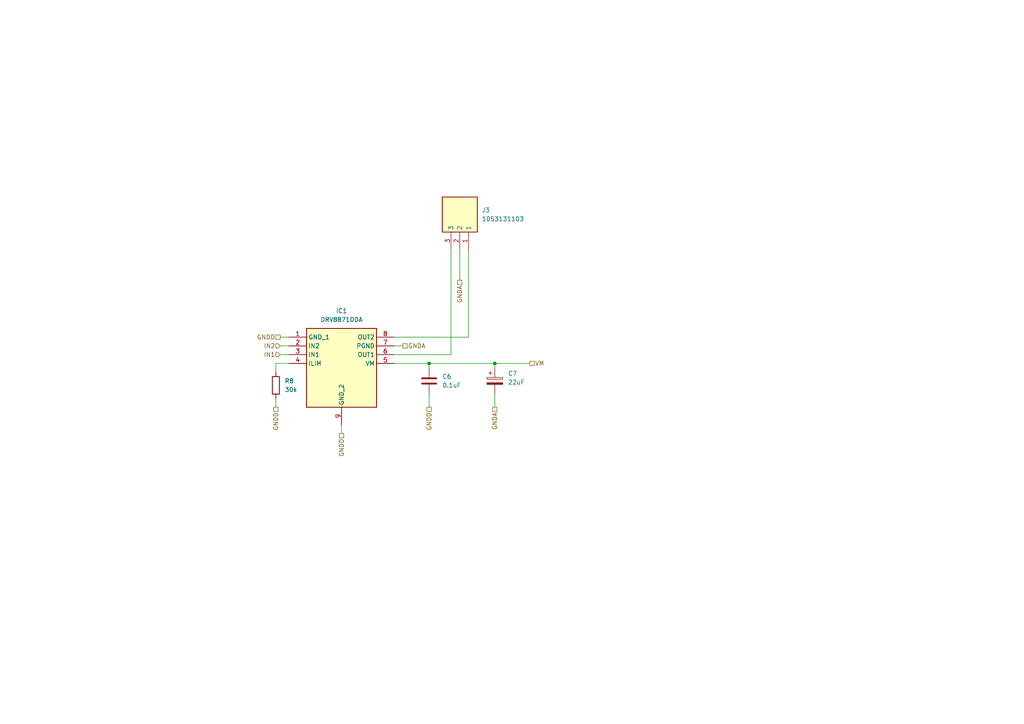
<source format=kicad_sch>
(kicad_sch (version 20231120) (generator "eeschema") (generator_version "8.0")
  (paper "A4")
  (title_block (title "Model Train Controller - OutputConnector") (date "2024-04-21") (rev "1"))
  (lib_symbols
    (symbol "1053131103:1053131103"
      (property "Reference" "J" (at 16.51 7.62 0))
      (property "Value" "1053131103" (at 16.51 5.08 0))
      (symbol "1053131103_1_1"
        (rectangle (start 5.08 2.54) (end 15.24 -7.62) (stroke (width 0.254)) (fill (type background)))
        (pin passive line (at 0 -5.08 0) (length 5.08) (name "1") (number "1"))
        (pin passive line (at 0 -2.54 0) (length 5.08) (name "2") (number "2"))
        (pin passive line (at 0 0 0) (length 5.08) (name "3") (number "3"))
      )
    )
    (symbol "DRV8871DDA:DRV8871DDA"
      (property "Reference" "IC" (at 26.67 7.62 0))
      (property "Value" "DRV8871DDA" (at 26.67 5.08 0))
      (symbol "DRV8871DDA_1_1"
        (rectangle (start 5.08 2.54) (end 25.4 -20.32) (stroke (width 0.254)) (fill (type background)))
        (pin passive line (at 0 0 0) (length 5.08) (name "GND_1") (number "1"))
        (pin passive line (at 0 -2.54 0) (length 5.08) (name "IN2") (number "2"))
        (pin passive line (at 0 -5.08 0) (length 5.08) (name "IN1") (number "3"))
        (pin passive line (at 0 -7.62 0) (length 5.08) (name "ILIM") (number "4"))
        (pin passive line (at 30.48 -7.62 180) (length 5.08) (name "VM") (number "5"))
        (pin passive line (at 30.48 -5.08 180) (length 5.08) (name "OUT1") (number "6"))
        (pin passive line (at 30.48 -2.54 180) (length 5.08) (name "PGND") (number "7"))
        (pin passive line (at 30.48 0 180) (length 5.08) (name "OUT2") (number "8"))
        (pin passive line (at 15.24 -25.4 90) (length 5.08) (name "GND_2") (number "9"))
      )
    )
    (symbol "Device:C" (pin_numbers hide) (pin_names (offset 0.254))
      (property "Reference" "C" (at 0.635 2.54 0))
      (property "Value" "C" (at 0.635 -2.54 0))
      (symbol "C_0_1"
        (polyline (pts (xy -2.032 -0.762) (xy 2.032 -0.762)) (stroke (width 0.508)))
        (polyline (pts (xy -2.032 0.762) (xy 2.032 0.762)) (stroke (width 0.508)))
      )
      (symbol "C_1_1"
        (pin passive line (at 0 3.81 270) (length 2.794) (name "~") (number "1"))
        (pin passive line (at 0 -3.81 90) (length 2.794) (name "~") (number "2"))
      )
    )
    (symbol "Device:C_Polarized" (pin_numbers hide) (pin_names (offset 0.254))
      (property "Reference" "C" (at 0.635 2.54 0))
      (property "Value" "C_Polarized" (at 0.635 -2.54 0))
      (symbol "C_Polarized_0_1"
        (rectangle (start -2.286 0.508) (end 2.286 1.016))
        (polyline (pts (xy -1.778 2.286) (xy -0.762 2.286)))
        (polyline (pts (xy -1.27 2.794) (xy -1.27 1.778)))
        (rectangle (start 2.286 -0.508) (end -2.286 -1.016) (fill (type outline)))
      )
      (symbol "C_Polarized_1_1"
        (pin passive line (at 0 3.81 270) (length 2.794) (name "~") (number "1"))
        (pin passive line (at 0 -3.81 90) (length 2.794) (name "~") (number "2"))
      )
    )
    (symbol "Device:R" (pin_numbers hide) (pin_names (offset 0))
      (property "Reference" "R" (at 2.032 0 90))
      (property "Value" "R" (at 0 0 90))
      (symbol "R_0_1"
        (rectangle (start -1.016 -2.54) (end 1.016 2.54) (stroke (width 0.254)))
      )
      (symbol "R_1_1"
        (pin passive line (at 0 3.81 270) (length 1.27) (name "~") (number "1"))
        (pin passive line (at 0 -3.81 90) (length 1.27) (name "~") (number "2"))
      )
    )
  )
  (junction (at 124.46 105.41))
  (junction (at 143.51 105.41))
  (wire (pts (xy 81.28 100.33) (xy 83.82 100.33)))
  (wire (pts (xy 124.46 114.3) (xy 124.46 118.11)))
  (wire (pts (xy 81.28 102.87) (xy 83.82 102.87)))
  (wire (pts (xy 133.35 72.39) (xy 133.35 81.28)))
  (wire (pts (xy 114.3 100.33) (xy 116.84 100.33)))
  (wire (pts (xy 124.46 105.41) (xy 143.51 105.41)))
  (wire (pts (xy 130.81 72.39) (xy 130.81 102.87)))
  (wire (pts (xy 114.3 105.41) (xy 124.46 105.41)))
  (wire (pts (xy 80.01 105.41) (xy 80.01 107.95)))
  (wire (pts (xy 99.06 123.19) (xy 99.06 125.73)))
  (wire (pts (xy 81.28 97.79) (xy 83.82 97.79)))
  (wire (pts (xy 114.3 97.79) (xy 135.89 97.79)))
  (wire (pts (xy 143.51 105.41) (xy 153.67 105.41)))
  (wire (pts (xy 143.51 114.3) (xy 143.51 118.11)))
  (wire (pts (xy 114.3 102.87) (xy 130.81 102.87)))
  (wire (pts (xy 83.82 105.41) (xy 80.01 105.41)))
  (wire (pts (xy 124.46 105.41) (xy 124.46 106.68)))
  (wire (pts (xy 143.51 105.41) (xy 143.51 106.68)))
  (wire (pts (xy 135.89 72.39) (xy 135.89 97.79)))
  (wire (pts (xy 80.01 115.57) (xy 80.01 118.11)))
  (hierarchical_label "GNDA" (shape passive) (at 143.51 118.11 270))
  (hierarchical_label "GNDD" (shape passive) (at 124.46 118.11 270))
  (hierarchical_label "GNDD" (shape passive) (at 81.28 97.79 180))
  (hierarchical_label "IN2" (shape input) (at 81.28 100.33 180))
  (hierarchical_label "GNDD" (shape passive) (at 80.01 118.11 270))
  (hierarchical_label "IN1" (shape input) (at 81.28 102.87 180))
  (hierarchical_label "GNDD" (shape passive) (at 99.06 125.73 270))
  (hierarchical_label "VM" (shape passive) (at 153.67 105.41 0))
  (hierarchical_label "GNDA" (shape passive) (at 116.84 100.33 0))
  (hierarchical_label "GNDA" (shape passive) (at 133.35 81.28 270))
  (symbol (lib_id "Device:C") (at 124.46 110.49 0) (unit 1)
    (property "Reference" "C6" (at 128.27 109.2199 0) (effects (justify left)))
    (property "Value" "0.1uF" (at 128.27 111.7599 0) (effects (justify left)))
    (property "Footprint" "Capacitor_SMD:C_0805_2012Metric_Pad1.18x1.45mm_HandSolder" (effects (hide yes)))
    (property "Description" "Capacitor, 0.1uF, 50V, 0805 SMD" (effects (hide yes)))
    (property "Manufacturer_Part_Number" "Capacitor, 0.1uF, 50V, 0805 SMD" (effects (hide yes)))
    (property "LCSC#" "C49678" (effects (hide yes)))
    (instances (project "project" (path "" (reference "C6") (unit 1)) (path "" (reference "C10") (unit 1)) (path "" (reference "C13") (unit 1)) (path "" (reference "C15") (unit 1)) (path "" (reference "C17") (unit 1)) (path "" (reference "C19") (unit 1)) (path "" (reference "C21") (unit 1)) (path "" (reference "C23") (unit 1)) (path "" (reference "C25") (unit 1)) (path "" (reference "C27") (unit 1)) (path "" (reference "C29") (unit 1)) (path "" (reference "C31") (unit 1)) (path "" (reference "C33") (unit 1)) (path "" (reference "C35") (unit 1)) (path "" (reference "C37") (unit 1)) (path "" (reference "C39") (unit 1))))
  )
  (symbol (lib_id "Device:C_Polarized") (at 143.51 110.49 0) (unit 1)
    (property "Reference" "C7" (at 147.32 108.3309 0) (effects (justify left)))
    (property "Value" "22uF" (at 147.32 110.8709 0) (effects (justify left)))
    (property "Footprint" "Capacitor_SMD:CP_Elec_6.3x7.7" (effects (hide yes)))
    (property "Description" "Polarized Capacitor, 22.0uF, 63V, D6.3xL7.7 SMD" (effects (hide yes)))
    (property "Manufacturer_Part_Number" "Polarized Capacitor, 22.0uF, 63V, D6.3xL7.7 SMD" (effects (hide yes)))
    (property "LCSC#" "C5246567" (effects (hide yes)))
    (instances (project "project" (path "" (reference "C7") (unit 1)) (path "" (reference "C12") (unit 1)) (path "" (reference "C14") (unit 1)) (path "" (reference "C16") (unit 1)) (path "" (reference "C18") (unit 1)) (path "" (reference "C20") (unit 1)) (path "" (reference "C22") (unit 1)) (path "" (reference "C24") (unit 1)) (path "" (reference "C26") (unit 1)) (path "" (reference "C28") (unit 1)) (path "" (reference "C30") (unit 1)) (path "" (reference "C32") (unit 1)) (path "" (reference "C34") (unit 1)) (path "" (reference "C36") (unit 1)) (path "" (reference "C38") (unit 1)) (path "" (reference "C40") (unit 1))))
  )
  (symbol (lib_id "DRV8871DDA:DRV8871DDA") (at 83.82 97.79 0) (unit 1)
    (property "Reference" "IC1" (at 99.06 90.17 0))
    (property "Value" "DRV8871DDA" (at 99.06 92.71 0))
    (property "Footprint" "library:SOIC127P600X170-9N" (effects (hide yes)))
    (property "Datasheet" "http://www.ti.com/lit/ds/symlink/drv8871.pdf" (effects (hide yes)))
    (property "Description" "Motor / Motion / Ignition Controllers & Drivers 3.6A Brushed DC Motor Driver with Integrated Current Sensing (PWM Ctrl) 8-SO PowerPAD -40 to 125" (effects (hide yes)))
    (property "Height" "1.7" (effects (hide yes)))
    (property "Manufacturer_Name" "Texas Instruments" (effects (hide yes)))
    (property "Manufacturer_Part_Number" "DRV8871DDA" (effects (hide yes)))
    (property "LCSC#" "C1556867" (effects (hide yes)))
    (property "Mouser Part Number" "595-DRV8871DDA" (effects (hide yes)))
    (property "Mouser Price/Stock" "https://www.mouser.co.uk/ProductDetail/Texas-Instruments/DRV8871DDA?qs=Fobv33ltQGiluwfB07aSBw%3D%3D" (effects (hide yes)))
    (property "Arrow Part Number" "DRV8871DDA" (effects (hide yes)))
    (property "Arrow Price/Stock" "https://www.arrow.com/en/products/drv8871dda/texas-instruments?region=nac" (effects (hide yes)))
    (instances (project "project" (path "" (reference "IC1") (unit 1)) (path "" (reference "IC3") (unit 1)) (path "" (reference "IC5") (unit 1)) (path "" (reference "IC6") (unit 1)) (path "" (reference "IC7") (unit 1)) (path "" (reference "IC8") (unit 1)) (path "" (reference "IC9") (unit 1)) (path "" (reference "IC10") (unit 1)) (path "" (reference "IC11") (unit 1)) (path "" (reference "IC12") (unit 1)) (path "" (reference "IC13") (unit 1)) (path "" (reference "IC14") (unit 1)) (path "" (reference "IC15") (unit 1)) (path "" (reference "IC16") (unit 1)) (path "" (reference "IC17") (unit 1)) (path "" (reference "IC18") (unit 1))))
  )
  (symbol (lib_id "Device:R") (at 80.01 111.76 0) (unit 1)
    (property "Reference" "R8" (at 82.55 110.4899 0) (effects (justify left)))
    (property "Value" "30k" (at 82.55 113.0299 0) (effects (justify left)))
    (property "Footprint" "Resistor_SMD:R_1206_3216Metric_Pad1.30x1.75mm_HandSolder" (effects (hide yes)))
    (property "Description" "Resistor, 30k, 1206 SMD" (effects (hide yes)))
    (property "LCSC#" "C2907479" (effects (hide yes)))
    (instances (project "project" (path "" (reference "R8") (unit 1)) (path "" (reference "R18") (unit 1)) (path "" (reference "R21") (unit 1)) (path "" (reference "R24") (unit 1)) (path "" (reference "R27") (unit 1)) (path "" (reference "R30") (unit 1)) (path "" (reference "R33") (unit 1)) (path "" (reference "R36") (unit 1)) (path "" (reference "R39") (unit 1)) (path "" (reference "R42") (unit 1)) (path "" (reference "R45") (unit 1)) (path "" (reference "R48") (unit 1)) (path "" (reference "R51") (unit 1)) (path "" (reference "R54") (unit 1)) (path "" (reference "R57") (unit 1)) (path "" (reference "R60") (unit 1))))
  )
  (symbol (lib_id "1053131103:1053131103") (at 130.81 72.39 90) (unit 1)
    (property "Reference" "J3" (at 139.7 60.9599 90) (effects (justify right)))
    (property "Value" "1053131103" (at 139.7 63.4999 90) (effects (justify right)))
    (property "Footprint" "library:105313YY03" (effects (hide yes)))
    (property "Datasheet" "https://www.molex.com/pdm_docs/sd/1053131102_sd.pdf" (effects (hide yes)))
    (property "Height" "6.54" (effects (hide yes)))
    (property "Manufacturer_Name" "Molex" (effects (hide yes)))
    (property "Manufacturer_Part_Number" "1053131103" (effects (hide yes)))
    (property "Arrow Part Number" "1053131103" (effects (hide yes)))
    (property "Arrow Price/Stock" "https://www.arrow.com/en/products/1053131103/molex?region=nac" (effects (hide yes)))
    (property "Mouser Part Number" "538-105313-1103" (effects (hide yes)))
    (property "LCSC#" "C561764" (effects (hide yes)))
    (instances (project "project" (path "" (reference "J3") (unit 1)) (path "" (reference "J4") (unit 1)) (path "" (reference "J5") (unit 1)) (path "" (reference "J6") (unit 1)) (path "" (reference "J7") (unit 1)) (path "" (reference "J8") (unit 1)) (path "" (reference "J9") (unit 1)) (path "" (reference "J10") (unit 1)) (path "" (reference "J11") (unit 1)) (path "" (reference "J12") (unit 1)) (path "" (reference "J13") (unit 1)) (path "" (reference "J14") (unit 1)) (path "" (reference "J15") (unit 1)) (path "" (reference "J16") (unit 1)) (path "" (reference "J17") (unit 1)) (path "" (reference "J18") (unit 1))))
  )
)
</source>
